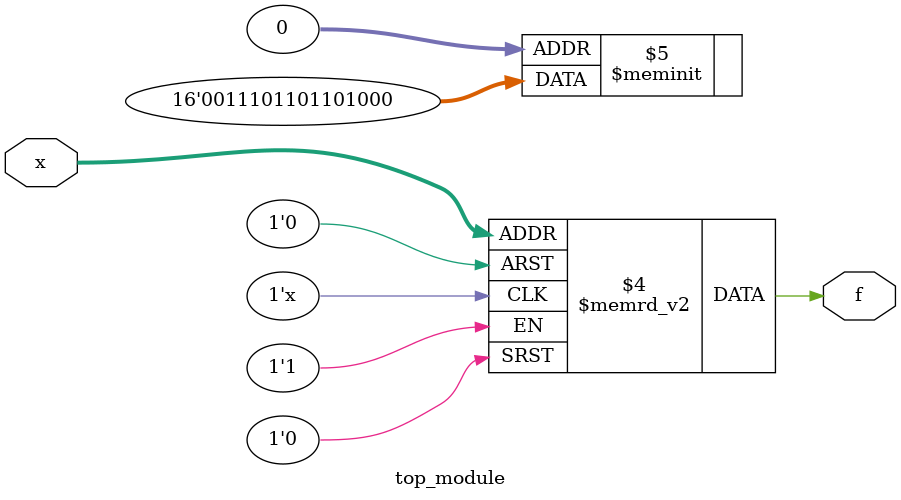
<source format=sv>
module top_module (
    input [4:1] x,
    output logic f
);

    always_comb begin
        case (x)
            4'b0000: f = 1'b0; // don't-care chosen to 0
            4'b0001: f = 1'b0;
            4'b0010: f = 1'b0; // don't-care chosen to 0
            4'b0011: f = 1'b1; // don't-care chosen to 1
            4'b0100: f = 1'b0;
            4'b0101: f = 1'b1; // don't-care chosen to 1
            4'b0110: f = 1'b1;
            4'b0111: f = 1'b0;
            4'b1000: f = 1'b1;
            4'b1001: f = 1'b1;
            4'b1010: f = 1'b0;
            4'b1011: f = 1'b1; // don't-care chosen to 1
            4'b1100: f = 1'b1;
            4'b1101: f = 1'b1;
            4'b1110: f = 1'b0; // don't-care chosen to 0
            4'b1111: f = 1'b0; // don't-care chosen to 0
            default: f = 1'b0;  // additional safety default
        endcase
    end

endmodule

</source>
